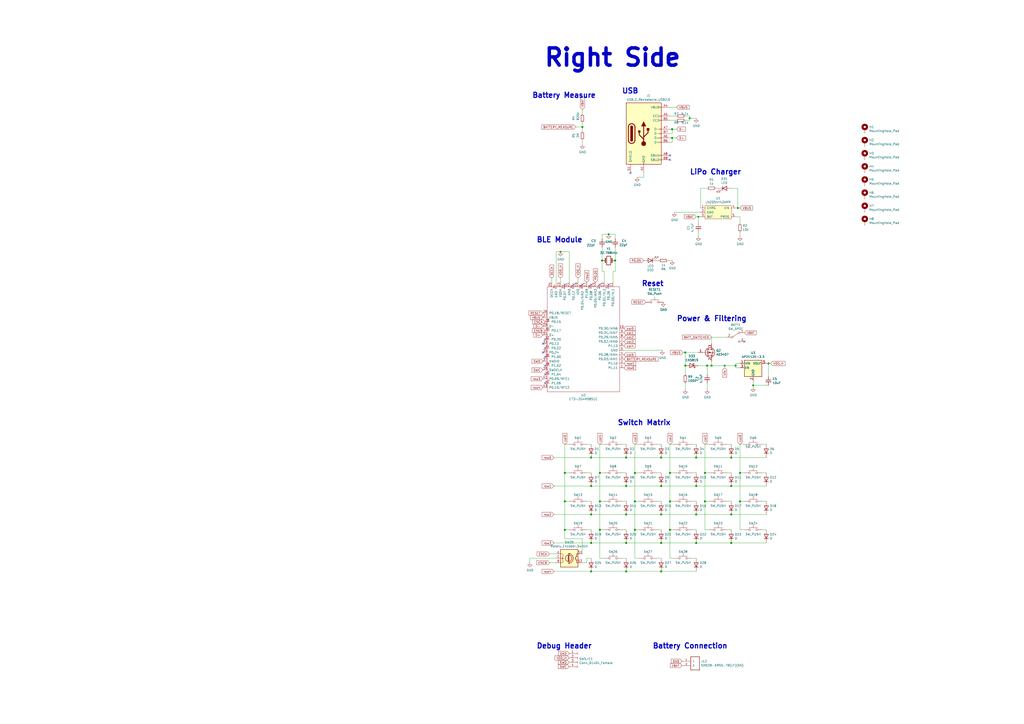
<source format=kicad_sch>
(kicad_sch (version 20201015) (generator eeschema)
  (paper "A2")
  (title_block (title "BlueSof") (date "2020-12-12") (rev "R1"))
  (junction (at 325.12 146.05) (diameter 0.9144))
  (junction (at 327.66 274.32) (diameter 1.016))
  (junction (at 327.66 290.83) (diameter 1.016))
  (junction (at 327.66 307.34) (diameter 1.016))
  (junction (at 337.82 73.66) (diameter 1.016))
  (junction (at 342.9 265.43) (diameter 1.016))
  (junction (at 342.9 281.94) (diameter 1.016))
  (junction (at 342.9 298.45) (diameter 1.016))
  (junction (at 342.9 314.96) (diameter 1.016))
  (junction (at 342.9 331.47) (diameter 1.016))
  (junction (at 347.98 274.32) (diameter 1.016))
  (junction (at 347.98 290.83) (diameter 1.016))
  (junction (at 347.98 307.34) (diameter 1.016))
  (junction (at 349.25 151.13) (diameter 1.016))
  (junction (at 353.06 135.89) (diameter 0.9144))
  (junction (at 356.87 151.13) (diameter 1.016))
  (junction (at 363.22 265.43) (diameter 1.016))
  (junction (at 363.22 281.94) (diameter 1.016))
  (junction (at 363.22 298.45) (diameter 1.016))
  (junction (at 363.22 314.96) (diameter 1.016))
  (junction (at 363.22 331.47) (diameter 1.016))
  (junction (at 368.3 274.32) (diameter 1.016))
  (junction (at 368.3 290.83) (diameter 1.016))
  (junction (at 368.3 307.34) (diameter 1.016))
  (junction (at 383.54 265.43) (diameter 1.016))
  (junction (at 383.54 281.94) (diameter 1.016))
  (junction (at 383.54 298.45) (diameter 1.016))
  (junction (at 383.54 314.96) (diameter 1.016))
  (junction (at 383.54 331.47) (diameter 1.016))
  (junction (at 388.62 274.32) (diameter 1.016))
  (junction (at 388.62 290.83) (diameter 1.016))
  (junction (at 388.62 307.34) (diameter 1.016))
  (junction (at 389.89 74.93) (diameter 1.016))
  (junction (at 389.89 80.01) (diameter 1.016))
  (junction (at 397.51 204.47) (diameter 1.016))
  (junction (at 397.51 212.09) (diameter 1.016))
  (junction (at 400.05 68.58) (diameter 0.9144))
  (junction (at 403.86 265.43) (diameter 1.016))
  (junction (at 403.86 281.94) (diameter 1.016))
  (junction (at 403.86 298.45) (diameter 1.016))
  (junction (at 403.86 314.96) (diameter 1.016))
  (junction (at 405.13 125.73) (diameter 0.9144))
  (junction (at 408.94 274.32) (diameter 1.016))
  (junction (at 408.94 290.83) (diameter 1.016))
  (junction (at 410.21 212.09) (diameter 1.016))
  (junction (at 412.75 212.09) (diameter 1.016))
  (junction (at 420.37 212.09) (diameter 0.9144))
  (junction (at 424.18 265.43) (diameter 1.016))
  (junction (at 424.18 281.94) (diameter 1.016))
  (junction (at 424.18 298.45) (diameter 1.016))
  (junction (at 424.18 314.96) (diameter 1.016))
  (junction (at 426.72 212.09) (diameter 1.016))
  (junction (at 427.99 120.65) (diameter 0.9144))
  (junction (at 429.26 274.32) (diameter 1.016))
  (junction (at 429.26 290.83) (diameter 1.016))
  (junction (at 436.88 223.52) (diameter 0.9144))
  (junction (at 445.77 210.82) (diameter 1.016))
  (no_connect (at 314.96 199.39))
  (no_connect (at 314.96 204.47))
  (no_connect (at 316.23 196.85))
  (no_connect (at 316.23 201.93))
  (no_connect (at 316.23 207.01))
  (no_connect (at 316.23 212.09))
  (no_connect (at 316.23 217.17))
  (no_connect (at 316.23 222.25))
  (no_connect (at 327.66 165.1))
  (no_connect (at 332.74 165.1))
  (no_connect (at 337.82 165.1))
  (no_connect (at 342.9 165.1))
  (no_connect (at 347.98 165.1))
  (no_connect (at 353.06 165.1))
  (no_connect (at 365.76 100.33))
  (no_connect (at 388.62 90.17))
  (no_connect (at 388.62 92.71))
  (no_connect (at 431.8 198.12))
  (wire (pts (xy 307.34 323.85) (xy 307.34 326.39)))
  (wire (pts (xy 318.77 321.31) (xy 322.58 321.31)))
  (wire (pts (xy 318.77 326.39) (xy 322.58 326.39)))
  (wire (pts (xy 320.04 163.83) (xy 320.04 161.29)))
  (wire (pts (xy 321.31 331.47) (xy 342.9 331.47)))
  (wire (pts (xy 322.58 146.05) (xy 325.12 146.05)))
  (wire (pts (xy 322.58 165.1) (xy 322.58 146.05)))
  (wire (pts (xy 322.58 323.85) (xy 307.34 323.85)))
  (wire (pts (xy 325.12 146.05) (xy 330.2 146.05)))
  (wire (pts (xy 325.12 163.83) (xy 325.12 161.29)))
  (wire (pts (xy 327.66 257.81) (xy 327.66 274.32)))
  (wire (pts (xy 327.66 257.81) (xy 330.2 257.81)))
  (wire (pts (xy 327.66 274.32) (xy 327.66 290.83)))
  (wire (pts (xy 327.66 274.32) (xy 330.2 274.32)))
  (wire (pts (xy 327.66 290.83) (xy 327.66 307.34)))
  (wire (pts (xy 327.66 290.83) (xy 330.2 290.83)))
  (wire (pts (xy 327.66 307.34) (xy 327.66 312.42)))
  (wire (pts (xy 327.66 307.34) (xy 330.2 307.34)))
  (wire (pts (xy 327.66 312.42) (xy 337.82 312.42)))
  (wire (pts (xy 330.2 163.83) (xy 330.2 146.05)))
  (wire (pts (xy 334.01 73.66) (xy 337.82 73.66)))
  (wire (pts (xy 335.28 163.83) (xy 335.28 161.29)))
  (wire (pts (xy 337.82 63.5) (xy 337.82 66.04)))
  (wire (pts (xy 337.82 71.12) (xy 337.82 73.66)))
  (wire (pts (xy 337.82 73.66) (xy 337.82 76.2)))
  (wire (pts (xy 337.82 81.28) (xy 337.82 83.82)))
  (wire (pts (xy 337.82 312.42) (xy 337.82 321.31)))
  (wire (pts (xy 337.82 326.39) (xy 340.36 326.39)))
  (wire (pts (xy 340.36 257.81) (xy 342.9 257.81)))
  (wire (pts (xy 340.36 274.32) (xy 342.9 274.32)))
  (wire (pts (xy 340.36 290.83) (xy 342.9 290.83)))
  (wire (pts (xy 340.36 307.34) (xy 342.9 307.34)))
  (wire (pts (xy 340.36 323.85) (xy 342.9 323.85)))
  (wire (pts (xy 340.36 326.39) (xy 340.36 323.85)))
  (wire (pts (xy 342.9 265.43) (xy 321.31 265.43)))
  (wire (pts (xy 342.9 281.94) (xy 321.31 281.94)))
  (wire (pts (xy 342.9 298.45) (xy 321.31 298.45)))
  (wire (pts (xy 342.9 314.96) (xy 321.31 314.96)))
  (wire (pts (xy 342.9 331.47) (xy 363.22 331.47)))
  (wire (pts (xy 347.98 257.81) (xy 347.98 274.32)))
  (wire (pts (xy 347.98 257.81) (xy 350.52 257.81)))
  (wire (pts (xy 347.98 274.32) (xy 347.98 290.83)))
  (wire (pts (xy 347.98 274.32) (xy 350.52 274.32)))
  (wire (pts (xy 347.98 290.83) (xy 347.98 307.34)))
  (wire (pts (xy 347.98 290.83) (xy 350.52 290.83)))
  (wire (pts (xy 347.98 307.34) (xy 347.98 323.85)))
  (wire (pts (xy 347.98 307.34) (xy 350.52 307.34)))
  (wire (pts (xy 347.98 323.85) (xy 350.52 323.85)))
  (wire (pts (xy 349.25 135.89) (xy 353.06 135.89)))
  (wire (pts (xy 349.25 138.43) (xy 349.25 135.89)))
  (wire (pts (xy 349.25 151.13) (xy 349.25 143.51)))
  (wire (pts (xy 349.25 157.48) (xy 349.25 151.13)))
  (wire (pts (xy 350.52 157.48) (xy 349.25 157.48)))
  (wire (pts (xy 350.52 163.83) (xy 350.52 157.48)))
  (wire (pts (xy 353.06 135.89) (xy 356.87 135.89)))
  (wire (pts (xy 355.6 157.48) (xy 356.87 157.48)))
  (wire (pts (xy 355.6 163.83) (xy 355.6 157.48)))
  (wire (pts (xy 356.87 135.89) (xy 356.87 138.43)))
  (wire (pts (xy 356.87 143.51) (xy 356.87 151.13)))
  (wire (pts (xy 356.87 157.48) (xy 356.87 151.13)))
  (wire (pts (xy 360.68 257.81) (xy 363.22 257.81)))
  (wire (pts (xy 360.68 274.32) (xy 363.22 274.32)))
  (wire (pts (xy 360.68 290.83) (xy 363.22 290.83)))
  (wire (pts (xy 360.68 307.34) (xy 363.22 307.34)))
  (wire (pts (xy 360.68 323.85) (xy 363.22 323.85)))
  (wire (pts (xy 361.95 203.2) (xy 384.175 203.2)))
  (wire (pts (xy 363.22 265.43) (xy 342.9 265.43)))
  (wire (pts (xy 363.22 265.43) (xy 383.54 265.43)))
  (wire (pts (xy 363.22 281.94) (xy 342.9 281.94)))
  (wire (pts (xy 363.22 281.94) (xy 383.54 281.94)))
  (wire (pts (xy 363.22 298.45) (xy 342.9 298.45)))
  (wire (pts (xy 363.22 298.45) (xy 383.54 298.45)))
  (wire (pts (xy 363.22 314.96) (xy 342.9 314.96)))
  (wire (pts (xy 363.22 314.96) (xy 383.54 314.96)))
  (wire (pts (xy 363.22 331.47) (xy 383.54 331.47)))
  (wire (pts (xy 368.3 257.81) (xy 368.3 274.32)))
  (wire (pts (xy 368.3 257.81) (xy 370.84 257.81)))
  (wire (pts (xy 368.3 274.32) (xy 368.3 290.83)))
  (wire (pts (xy 368.3 274.32) (xy 370.84 274.32)))
  (wire (pts (xy 368.3 290.83) (xy 368.3 307.34)))
  (wire (pts (xy 368.3 290.83) (xy 370.84 290.83)))
  (wire (pts (xy 368.3 307.34) (xy 368.3 323.85)))
  (wire (pts (xy 368.3 307.34) (xy 370.84 307.34)))
  (wire (pts (xy 368.3 323.85) (xy 370.84 323.85)))
  (wire (pts (xy 369.57 102.87) (xy 373.38 102.87)))
  (wire (pts (xy 373.38 102.87) (xy 373.38 100.33)))
  (wire (pts (xy 381 151.13) (xy 382.27 151.13)))
  (wire (pts (xy 381 257.81) (xy 383.54 257.81)))
  (wire (pts (xy 381 274.32) (xy 383.54 274.32)))
  (wire (pts (xy 381 290.83) (xy 383.54 290.83)))
  (wire (pts (xy 381 307.34) (xy 383.54 307.34)))
  (wire (pts (xy 381 323.85) (xy 383.54 323.85)))
  (wire (pts (xy 383.54 265.43) (xy 403.86 265.43)))
  (wire (pts (xy 383.54 281.94) (xy 403.86 281.94)))
  (wire (pts (xy 383.54 298.45) (xy 403.86 298.45)))
  (wire (pts (xy 383.54 314.96) (xy 403.86 314.96)))
  (wire (pts (xy 383.54 331.47) (xy 403.86 331.47)))
  (wire (pts (xy 387.35 151.13) (xy 389.89 151.13)))
  (wire (pts (xy 388.62 74.93) (xy 389.89 74.93)))
  (wire (pts (xy 388.62 77.47) (xy 389.89 77.47)))
  (wire (pts (xy 388.62 80.01) (xy 389.89 80.01)))
  (wire (pts (xy 388.62 82.55) (xy 389.89 82.55)))
  (wire (pts (xy 388.62 257.81) (xy 388.62 274.32)))
  (wire (pts (xy 388.62 257.81) (xy 391.16 257.81)))
  (wire (pts (xy 388.62 274.32) (xy 388.62 290.83)))
  (wire (pts (xy 388.62 274.32) (xy 391.16 274.32)))
  (wire (pts (xy 388.62 290.83) (xy 388.62 307.34)))
  (wire (pts (xy 388.62 290.83) (xy 391.16 290.83)))
  (wire (pts (xy 388.62 307.34) (xy 388.62 323.85)))
  (wire (pts (xy 388.62 307.34) (xy 391.16 307.34)))
  (wire (pts (xy 388.62 323.85) (xy 391.16 323.85)))
  (wire (pts (xy 389.89 74.93) (xy 392.43 74.93)))
  (wire (pts (xy 389.89 77.47) (xy 389.89 74.93)))
  (wire (pts (xy 389.89 80.01) (xy 392.43 80.01)))
  (wire (pts (xy 389.89 82.55) (xy 389.89 80.01)))
  (wire (pts (xy 391.16 123.19) (xy 406.4 123.19)))
  (wire (pts (xy 392.43 62.23) (xy 388.62 62.23)))
  (wire (pts (xy 392.43 67.31) (xy 388.62 67.31)))
  (wire (pts (xy 392.43 69.85) (xy 388.62 69.85)))
  (wire (pts (xy 396.24 204.47) (xy 397.51 204.47)))
  (wire (pts (xy 397.51 67.31) (xy 400.05 67.31)))
  (wire (pts (xy 397.51 69.85) (xy 400.05 69.85)))
  (wire (pts (xy 397.51 204.47) (xy 397.51 212.09)))
  (wire (pts (xy 397.51 204.47) (xy 405.13 204.47)))
  (wire (pts (xy 397.51 217.17) (xy 397.51 212.09)))
  (wire (pts (xy 397.51 222.25) (xy 397.51 226.06)))
  (wire (pts (xy 400.05 67.31) (xy 400.05 68.58)))
  (wire (pts (xy 400.05 68.58) (xy 403.86 68.58)))
  (wire (pts (xy 400.05 69.85) (xy 400.05 68.58)))
  (wire (pts (xy 401.32 257.81) (xy 403.86 257.81)))
  (wire (pts (xy 401.32 274.32) (xy 403.86 274.32)))
  (wire (pts (xy 401.32 290.83) (xy 403.86 290.83)))
  (wire (pts (xy 401.32 307.34) (xy 403.86 307.34)))
  (wire (pts (xy 401.32 323.85) (xy 403.86 323.85)))
  (wire (pts (xy 403.86 281.94) (xy 424.18 281.94)))
  (wire (pts (xy 403.86 298.45) (xy 424.18 298.45)))
  (wire (pts (xy 403.86 314.96) (xy 424.18 314.96)))
  (wire (pts (xy 405.13 125.73) (xy 403.86 125.73)))
  (wire (pts (xy 405.13 125.73) (xy 405.13 129.54)))
  (wire (pts (xy 405.13 125.73) (xy 406.4 125.73)))
  (wire (pts (xy 405.13 134.62) (xy 405.13 137.16)))
  (wire (pts (xy 405.13 212.09) (xy 410.21 212.09)))
  (wire (pts (xy 406.4 109.22) (xy 406.4 120.65)))
  (wire (pts (xy 408.94 257.81) (xy 408.94 274.32)))
  (wire (pts (xy 408.94 257.81) (xy 411.48 257.81)))
  (wire (pts (xy 408.94 274.32) (xy 408.94 290.83)))
  (wire (pts (xy 408.94 274.32) (xy 411.48 274.32)))
  (wire (pts (xy 408.94 290.83) (xy 408.94 307.34)))
  (wire (pts (xy 408.94 290.83) (xy 411.48 290.83)))
  (wire (pts (xy 408.94 307.34) (xy 411.48 307.34)))
  (wire (pts (xy 410.21 109.22) (xy 406.4 109.22)))
  (wire (pts (xy 410.21 212.09) (xy 412.75 212.09)))
  (wire (pts (xy 410.21 217.17) (xy 410.21 212.09)))
  (wire (pts (xy 410.21 222.25) (xy 410.21 226.06)))
  (wire (pts (xy 412.75 195.58) (xy 412.75 199.39)))
  (wire (pts (xy 412.75 209.55) (xy 412.75 212.09)))
  (wire (pts (xy 412.75 212.09) (xy 420.37 212.09)))
  (wire (pts (xy 416.56 109.22) (xy 415.29 109.22)))
  (wire (pts (xy 420.37 212.09) (xy 420.37 213.36)))
  (wire (pts (xy 420.37 212.09) (xy 426.72 212.09)))
  (wire (pts (xy 421.64 195.58) (xy 412.75 195.58)))
  (wire (pts (xy 421.64 257.81) (xy 424.18 257.81)))
  (wire (pts (xy 421.64 274.32) (xy 424.18 274.32)))
  (wire (pts (xy 421.64 290.83) (xy 424.18 290.83)))
  (wire (pts (xy 421.64 307.34) (xy 424.18 307.34)))
  (wire (pts (xy 424.18 109.22) (xy 427.99 109.22)))
  (wire (pts (xy 424.18 265.43) (xy 403.86 265.43)))
  (wire (pts (xy 424.18 265.43) (xy 444.5 265.43)))
  (wire (pts (xy 424.18 281.94) (xy 444.5 281.94)))
  (wire (pts (xy 424.18 298.45) (xy 444.5 298.45)))
  (wire (pts (xy 424.18 314.96) (xy 444.5 314.96)))
  (wire (pts (xy 426.72 120.65) (xy 427.99 120.65)))
  (wire (pts (xy 426.72 125.73) (xy 429.26 125.73)))
  (wire (pts (xy 426.72 210.82) (xy 429.26 210.82)))
  (wire (pts (xy 426.72 212.09) (xy 426.72 210.82)))
  (wire (pts (xy 426.72 213.36) (xy 426.72 212.09)))
  (wire (pts (xy 426.72 213.36) (xy 429.26 213.36)))
  (wire (pts (xy 427.99 109.22) (xy 427.99 120.65)))
  (wire (pts (xy 427.99 120.65) (xy 429.26 120.65)))
  (wire (pts (xy 429.26 125.73) (xy 429.26 129.54)))
  (wire (pts (xy 429.26 134.62) (xy 429.26 137.16)))
  (wire (pts (xy 429.26 257.81) (xy 429.26 274.32)))
  (wire (pts (xy 429.26 257.81) (xy 431.8 257.81)))
  (wire (pts (xy 429.26 274.32) (xy 429.26 290.83)))
  (wire (pts (xy 429.26 274.32) (xy 431.8 274.32)))
  (wire (pts (xy 429.26 290.83) (xy 429.26 307.34)))
  (wire (pts (xy 429.26 290.83) (xy 431.8 290.83)))
  (wire (pts (xy 429.26 307.34) (xy 431.8 307.34)))
  (wire (pts (xy 436.88 220.98) (xy 436.88 223.52)))
  (wire (pts (xy 436.88 223.52) (xy 436.88 224.79)))
  (wire (pts (xy 441.96 257.81) (xy 444.5 257.81)))
  (wire (pts (xy 441.96 274.32) (xy 444.5 274.32)))
  (wire (pts (xy 441.96 290.83) (xy 444.5 290.83)))
  (wire (pts (xy 441.96 307.34) (xy 444.5 307.34)))
  (wire (pts (xy 444.5 210.82) (xy 445.77 210.82)))
  (wire (pts (xy 445.77 210.82) (xy 447.04 210.82)))
  (wire (pts (xy 445.77 218.44) (xy 445.77 210.82)))
  (wire (pts (xy 445.77 223.52) (xy 436.88 223.52)))
  (text "Battery Measure" (at 308.61 57.15 0) (effects (font (size 2.9972 2.9972) (thickness 0.5994) bold) (justify left bottom)))
  (text "BLE Module" (at 311.15 140.97 0) (effects (font (size 2.9972 2.9972) (thickness 0.5994) bold) (justify left bottom)))
  (text "Debug Header" (at 311.15 376.555 0) (effects (font (size 2.9972 2.9972) (thickness 0.5994) bold) (justify left bottom)))
  (text "Right Side" (at 314.96 39.37 0) (effects (font (size 10.008 10.008) (thickness 2.0016) bold) (justify left bottom)))
  (text "Switch Matrix" (at 358.14 247.015 0) (effects (font (size 2.9972 2.9972) (thickness 0.5994) bold) (justify left bottom)))
  (text "USB" (at 360.68 54.61 0) (effects (font (size 2.9972 2.9972) (thickness 0.5994) bold) (justify left bottom)))
  (text "Reset" (at 372.11 166.37 0) (effects (font (size 2.9972 2.9972) (thickness 0.5994) bold) (justify left bottom)))
  (text "Battery Connection" (at 378.46 376.555 0) (effects (font (size 2.9972 2.9972) (thickness 0.5994) bold) (justify left bottom)))
  (text "Power & Filtering" (at 392.43 186.69 0) (effects (font (size 2.9972 2.9972) (thickness 0.5994) bold) (justify left bottom)))
  (text "LiPo Charger" (at 400.05 101.6 0) (effects (font (size 2.9972 2.9972) (thickness 0.5994) bold) (justify left bottom)))
  (global_label "RESET" (shape input) (at 314.96 181.61 180) (property "Intersheet References" "${INTERSHEET_REFS}" (effects hide)))
  (global_label "VBUS" (shape input) (at 314.96 184.15 180) (property "Intersheet References" "${INTERSHEET_REFS}" (effects hide)))
  (global_label "D-" (shape input) (at 314.96 189.23 180) (property "Intersheet References" "${INTERSHEET_REFS}" (effects hide)))
  (global_label "D+" (shape input) (at 314.96 194.31 180) (property "Intersheet References" "${INTERSHEET_REFS}" (effects hide)))
  (global_label "SWD" (shape input) (at 314.96 209.55 180) (property "Intersheet References" "${INTERSHEET_REFS}" (effects hide)))
  (global_label "SWC" (shape input) (at 314.96 214.63 180) (property "Intersheet References" "${INTERSHEET_REFS}" (effects hide)))
  (global_label "row3" (shape input) (at 314.96 219.71 180) (property "Intersheet References" "${INTERSHEET_REFS}" (effects hide)))
  (global_label "row4" (shape input) (at 314.96 224.79 180) (property "Intersheet References" "${INTERSHEET_REFS}" (effects hide)))
  (global_label "ENCA" (shape input) (at 316.23 186.69 180) (property "Intersheet References" "${INTERSHEET_REFS}" (effects hide)))
  (global_label "ENCB" (shape input) (at 316.23 191.77 180) (property "Intersheet References" "${INTERSHEET_REFS}" (effects hide)))
  (global_label "ENCA" (shape input) (at 318.77 321.31 180) (property "Intersheet References" "${INTERSHEET_REFS}" (effects hide)))
  (global_label "ENCB" (shape input) (at 318.77 326.39 180) (property "Intersheet References" "${INTERSHEET_REFS}" (effects hide)))
  (global_label "DCCH" (shape input) (at 320.04 161.29 90) (property "Intersheet References" "${INTERSHEET_REFS}" (effects hide)))
  (global_label "row0" (shape input) (at 321.31 265.43 180) (property "Intersheet References" "${INTERSHEET_REFS}" (effects hide)))
  (global_label "row1" (shape input) (at 321.31 281.94 180) (property "Intersheet References" "${INTERSHEET_REFS}" (effects hide)))
  (global_label "row2" (shape input) (at 321.31 298.45 180) (property "Intersheet References" "${INTERSHEET_REFS}" (effects hide)))
  (global_label "row3" (shape input) (at 321.31 314.96 180) (property "Intersheet References" "${INTERSHEET_REFS}" (effects hide)))
  (global_label "row4" (shape input) (at 321.31 331.47 180) (property "Intersheet References" "${INTERSHEET_REFS}" (effects hide)))
  (global_label "VDD_H" (shape input) (at 325.12 161.29 90) (property "Intersheet References" "${INTERSHEET_REFS}" (effects hide)))
  (global_label "col5" (shape input) (at 327.66 257.81 90) (property "Intersheet References" "${INTERSHEET_REFS}" (effects hide)))
  (global_label "GND" (shape input) (at 330.2 379.095 180) (property "Intersheet References" "${INTERSHEET_REFS}" (effects hide)))
  (global_label "VDD_H" (shape input) (at 330.2 381.635 180) (property "Intersheet References" "${INTERSHEET_REFS}" (effects hide)))
  (global_label "SWD" (shape input) (at 330.2 384.175 180) (property "Intersheet References" "${INTERSHEET_REFS}" (effects hide)))
  (global_label "SWC" (shape input) (at 330.2 386.715 180) (property "Intersheet References" "${INTERSHEET_REFS}" (effects hide)))
  (global_label "BATTERY_MEASURE" (shape input) (at 334.01 73.66 180) (property "Intersheet References" "${INTERSHEET_REFS}" (effects hide)))
  (global_label "VDD_H" (shape input) (at 335.28 161.29 90) (property "Intersheet References" "${INTERSHEET_REFS}" (effects hide)))
  (global_label "VBAT" (shape input) (at 337.82 63.5 90) (property "Intersheet References" "${INTERSHEET_REFS}" (effects hide)))
  (global_label "row2" (shape input) (at 340.36 163.83 90) (property "Intersheet References" "${INTERSHEET_REFS}" (effects hide)))
  (global_label "P0.05" (shape input) (at 345.44 163.83 90) (property "Intersheet References" "${INTERSHEET_REFS}" (effects hide)))
  (global_label "col4" (shape input) (at 347.98 257.81 90) (property "Intersheet References" "${INTERSHEET_REFS}" (effects hide)))
  (global_label "col0" (shape input) (at 361.95 190.5 0) (property "Intersheet References" "${INTERSHEET_REFS}" (effects hide)))
  (global_label "col1" (shape input) (at 361.95 193.04 0) (property "Intersheet References" "${INTERSHEET_REFS}" (effects hide)))
  (global_label "col2" (shape input) (at 361.95 195.58 0) (property "Intersheet References" "${INTERSHEET_REFS}" (effects hide)))
  (global_label "col3" (shape input) (at 361.95 198.12 0) (property "Intersheet References" "${INTERSHEET_REFS}" (effects hide)))
  (global_label "col4" (shape input) (at 361.95 200.66 0) (property "Intersheet References" "${INTERSHEET_REFS}" (effects hide)))
  (global_label "col5" (shape input) (at 361.95 205.74 0) (property "Intersheet References" "${INTERSHEET_REFS}" (effects hide)))
  (global_label "BATTERY_MEASURE" (shape input) (at 361.95 208.28 0) (property "Intersheet References" "${INTERSHEET_REFS}" (effects hide)))
  (global_label "row1" (shape input) (at 361.95 210.82 0) (property "Intersheet References" "${INTERSHEET_REFS}" (effects hide)))
  (global_label "row0" (shape input) (at 361.95 213.36 0) (property "Intersheet References" "${INTERSHEET_REFS}" (effects hide)))
  (global_label "col3" (shape input) (at 368.3 257.81 90) (property "Intersheet References" "${INTERSHEET_REFS}" (effects hide)))
  (global_label "P0.05" (shape input) (at 373.38 151.13 180) (property "Intersheet References" "${INTERSHEET_REFS}" (effects hide)))
  (global_label "RESET" (shape input) (at 374.65 175.26 180) (property "Intersheet References" "${INTERSHEET_REFS}" (effects hide)))
  (global_label "col2" (shape input) (at 388.62 257.81 90) (property "Intersheet References" "${INTERSHEET_REFS}" (effects hide)))
  (global_label "VBUS" (shape input) (at 392.43 62.23 0) (property "Intersheet References" "${INTERSHEET_REFS}" (effects hide)))
  (global_label "D-" (shape input) (at 392.43 74.93 0) (property "Intersheet References" "${INTERSHEET_REFS}" (effects hide)))
  (global_label "D+" (shape input) (at 392.43 80.01 0) (property "Intersheet References" "${INTERSHEET_REFS}" (effects hide)))
  (global_label "GND" (shape input) (at 395.605 383.54 180) (property "Intersheet References" "${INTERSHEET_REFS}" (effects hide)))
  (global_label "VBAT" (shape input) (at 395.605 386.08 180) (property "Intersheet References" "${INTERSHEET_REFS}" (effects hide)))
  (global_label "VBUS" (shape input) (at 396.24 204.47 180) (property "Intersheet References" "${INTERSHEET_REFS}" (effects hide)))
  (global_label "VBAT" (shape input) (at 403.86 125.73 180) (property "Intersheet References" "${INTERSHEET_REFS}" (effects hide)))
  (global_label "col1" (shape input) (at 408.94 257.81 90) (property "Intersheet References" "${INTERSHEET_REFS}" (effects hide)))
  (global_label "BATT_SWITCHED" (shape input) (at 412.75 195.58 180) (property "Intersheet References" "${INTERSHEET_REFS}" (effects hide)))
  (global_label "VIN" (shape input) (at 420.37 213.36 270) (property "Intersheet References" "${INTERSHEET_REFS}" (effects hide)))
  (global_label "VBUS" (shape input) (at 429.26 120.65 0) (property "Intersheet References" "${INTERSHEET_REFS}" (effects hide)))
  (global_label "col0" (shape input) (at 429.26 257.81 90) (property "Intersheet References" "${INTERSHEET_REFS}" (effects hide)))
  (global_label "VBAT" (shape input) (at 431.8 193.04 0) (property "Intersheet References" "${INTERSHEET_REFS}" (effects hide)))
  (global_label "VDD_H" (shape input) (at 447.04 210.82 0) (property "Intersheet References" "${INTERSHEET_REFS}" (effects hide)))
  (symbol (lib_id "power:GND") (at 307.34 326.39 0) (unit 1)
    (property "Reference" "#PWR0103" (effects hide))
    (property "Value" "GND" (at 307.467 330.7842 0))
  )
  (symbol (lib_id "power:GND") (at 325.12 146.05 0) (unit 1)
    (property "Reference" "#PWR0102" (effects hide))
    (property "Value" "GND" (at 325.247 150.4442 0))
  )
  (symbol (lib_id "power:GND") (at 337.82 83.82 0) (unit 1)
    (property "Reference" "#PWR0108" (effects hide))
    (property "Value" "GND" (at 337.947 88.2142 0))
  )
  (symbol (lib_id "power:GND") (at 353.06 135.89 0) (unit 1)
    (property "Reference" "#PWR0116" (effects hide))
    (property "Value" "GND" (at 353.187 140.2842 0))
  )
  (symbol (lib_id "power:GND") (at 369.57 102.87 0) (unit 1)
    (property "Reference" "#PWR0101" (effects hide))
    (property "Value" "GND" (at 369.697 107.2642 0))
  )
  (symbol (lib_id "power:GND") (at 384.175 203.2 0) (unit 1)
    (property "Reference" "#PWR0115" (effects hide))
    (property "Value" "GND" (at 384.302 207.5942 0))
  )
  (symbol (lib_id "power:GND") (at 384.81 175.26 0) (unit 1)
    (property "Reference" "#PWR0114" (effects hide))
    (property "Value" "GND" (at 384.937 179.6542 0))
  )
  (symbol (lib_id "power:GND") (at 389.89 151.13 0) (unit 1)
    (property "Reference" "#PWR0113" (effects hide))
    (property "Value" "GND" (at 390.017 155.5242 0))
  )
  (symbol (lib_id "power:GND") (at 391.16 123.19 0) (unit 1)
    (property "Reference" "#PWR0104" (effects hide))
    (property "Value" "GND" (at 391.287 127.5842 0))
  )
  (symbol (lib_id "power:GND") (at 397.51 226.06 0) (unit 1)
    (property "Reference" "#PWR0111" (effects hide))
    (property "Value" "GND" (at 397.637 230.4542 0))
  )
  (symbol (lib_id "power:GND") (at 403.86 68.58 0) (unit 1)
    (property "Reference" "#PWR0109" (effects hide))
    (property "Value" "GND" (at 403.987 72.9742 0))
  )
  (symbol (lib_id "power:GND") (at 405.13 137.16 0) (unit 1)
    (property "Reference" "#PWR0105" (effects hide))
    (property "Value" "GND" (at 405.257 141.5542 0))
  )
  (symbol (lib_id "power:GND") (at 410.21 226.06 0) (unit 1)
    (property "Reference" "#PWR0112" (effects hide))
    (property "Value" "GND" (at 410.337 230.4542 0))
  )
  (symbol (lib_id "power:GND") (at 429.26 137.16 0) (unit 1)
    (property "Reference" "#PWR0106" (effects hide))
    (property "Value" "GND" (at 429.387 141.5542 0))
  )
  (symbol (lib_id "power:GND") (at 436.88 224.79 0) (unit 1)
    (property "Reference" "#PWR0110" (effects hide))
    (property "Value" "GND" (at 437.007 229.1842 0))
  )
  (symbol (lib_id "Device:R_Small") (at 337.82 68.58 0) (unit 1)
    (property "Reference" "R4" (at 332.74 69.85 90) (effects (justify left)))
    (property "Value" "820k" (at 335.28 69.85 90) (effects (justify left)))
    (property "Footprint" "Resistor_SMD:R_0603_1608Metric" (effects hide))
    (property "LCSC_PN" "C23252" (effects hide))
    (property "PRICE" "100k" (effects hide))
  )
  (symbol (lib_id "Device:R_Small") (at 337.82 78.74 0) (unit 1)
    (property "Reference" "R5" (at 332.74 80.01 90) (effects (justify left)))
    (property "Value" "2M" (at 335.28 80.01 90) (effects (justify left)))
    (property "Footprint" "Resistor_SMD:R_0603_1608Metric" (effects hide))
    (property "LCSC_PN" "C177282" (effects hide))
    (property "PRICE" "100k" (effects hide))
  )
  (symbol (lib_id "Device:R_Small") (at 384.81 151.13 90) (unit 1)
    (property "Reference" "R6" (at 384.81 156.1084 90))
    (property "Value" "1k" (at 384.81 153.797 90))
    (property "Footprint" "Resistor_SMD:R_0603_1608Metric" (effects hide))
    (property "LCSC_PN" "C22548" (effects hide))
    (property "PRICE" "5.1k" (effects hide))
  )
  (symbol (lib_id "Device:R_Small") (at 394.97 67.31 90) (unit 1)
    (property "Reference" "R7" (at 393.7 66.04 90) (effects (justify left)))
    (property "Value" "5.1k" (at 399.415 66.04 90) (effects (justify left)))
    (property "Footprint" "Resistor_SMD:R_0603_1608Metric" (effects hide))
    (property "LCSC_PN" "C105580" (effects hide))
    (property "PRICE" "100k" (effects hide))
  )
  (symbol (lib_id "Device:R_Small") (at 394.97 69.85 90) (unit 1)
    (property "Reference" "R8" (at 393.7 71.12 90) (effects (justify left)))
    (property "Value" "5.1k" (at 399.415 71.12 90) (effects (justify left)))
    (property "Footprint" "Resistor_SMD:R_0603_1608Metric" (effects hide))
    (property "LCSC_PN" "C105580" (effects hide))
    (property "PRICE" "100k" (effects hide))
  )
  (symbol (lib_id "Device:R_Small") (at 397.51 219.71 0) (unit 1)
    (property "Reference" "R9" (at 399.0086 218.5416 0) (effects (justify left)))
    (property "Value" "100k" (at 399.0086 220.853 0) (effects (justify left)))
    (property "Footprint" "Resistor_SMD:R_0603_1608Metric" (effects hide))
    (property "LCSC_PN" "C14675" (effects hide))
    (property "PACKAGE" "0603" (effects hide))
  )
  (symbol (lib_id "Device:R_Small") (at 412.75 109.22 270) (unit 1)
    (property "Reference" "R1" (at 412.75 104.2416 90))
    (property "Value" "1k" (at 412.75 106.553 90))
    (property "Footprint" "Resistor_SMD:R_0603_1608Metric" (effects hide))
    (property "LCSC_PN" "C22548" (effects hide))
    (property "PRICE" "5.1k" (effects hide))
  )
  (symbol (lib_id "Device:R_Small") (at 429.26 132.08 0) (unit 1)
    (property "Reference" "R2" (at 430.7586 130.9116 0) (effects (justify left)))
    (property "Value" "10k" (at 430.7586 133.223 0) (effects (justify left)))
    (property "Footprint" "Resistor_SMD:R_0603_1608Metric" (effects hide))
    (property "LCSC_PN" "C98220" (effects hide))
    (property "PRICE" "100k" (effects hide))
  )
  (symbol (lib_id "Device:C_Small") (at 349.25 140.97 0) (unit 1)
    (property "Reference" "C3" (at 342.9 139.7 0) (effects (justify left)))
    (property "Value" "22pF" (at 340.36 142.24 0) (effects (justify left)))
    (property "Footprint" "Capacitor_SMD:C_0603_1608Metric" (effects hide))
    (property "LCSC_PN" "C1653" (effects hide))
    (property "PRICE" "100k" (effects hide))
  )
  (symbol (lib_id "Device:C_Small") (at 356.87 140.97 0) (unit 1)
    (property "Reference" "C4" (at 360.68 139.7 0) (effects (justify left)))
    (property "Value" "22pF" (at 359.2068 142.113 0) (effects (justify left)))
    (property "Footprint" "Capacitor_SMD:C_0603_1608Metric" (effects hide))
    (property "LCSC_PN" "C1653" (effects hide))
    (property "PRICE" "100k" (effects hide))
  )
  (symbol (lib_id "Device:C_Small") (at 405.13 132.08 0) (unit 1)
    (property "Reference" "C1" (at 399.3134 132.08 90))
    (property "Value" "4.7uF" (at 401.6248 132.08 90))
    (property "Footprint" "Capacitor_SMD:C_0603_1608Metric" (effects hide))
    (property "LCSC_PN" "C19666" (effects hide))
    (property "PRICE" "100k" (effects hide))
  )
  (symbol (lib_id "Device:C_Small") (at 410.21 219.71 0) (unit 1)
    (property "Reference" "C2" (at 404.3934 219.71 90))
    (property "Value" "4.7uF" (at 406.7048 219.71 90))
    (property "Footprint" "Capacitor_SMD:C_0603_1608Metric" (effects hide))
    (property "LCSC_PN" "C19666" (effects hide))
    (property "PRICE" "100k" (effects hide))
  )
  (symbol (lib_id "Device:C_Small") (at 445.77 220.98 0) (unit 1)
    (property "Reference" "C5" (at 448.1068 219.8116 0) (effects (justify left)))
    (property "Value" "10uF" (at 448.1068 222.123 0) (effects (justify left)))
    (property "Footprint" "Capacitor_SMD:C_0603_1608Metric" (effects hide))
    (property "LCSC_PN" "C326057" (effects hide))
    (property "PRICE" "100k" (effects hide))
  )
  (symbol (lib_id "Mechanical:MountingHole_Pad") (at 501.65 74.93 0) (unit 1)
    (property "Reference" "H1" (at 504.1901 73.6536 0) (effects (justify left)))
    (property "Value" "MountingHole_Pad" (at 504.1901 75.9523 0) (effects (justify left)))
    (property "Footprint" "MountingHole:MountingHole_4.3mm_M4" (effects hide))
  )
  (symbol (lib_id "Mechanical:MountingHole_Pad") (at 501.65 82.55 0) (unit 1)
    (property "Reference" "H2" (at 504.1901 81.2736 0) (effects (justify left)))
    (property "Value" "MountingHole_Pad" (at 504.1901 83.5723 0) (effects (justify left)))
    (property "Footprint" "MountingHole:MountingHole_4.3mm_M4" (effects hide))
  )
  (symbol (lib_id "Mechanical:MountingHole_Pad") (at 501.65 90.17 0) (unit 1)
    (property "Reference" "H3" (at 504.19 88.894 0) (effects (justify left)))
    (property "Value" "MountingHole_Pad" (at 504.1901 91.1923 0) (effects (justify left)))
    (property "Footprint" "MountingHole:MountingHole_4.3mm_M4" (effects hide))
  )
  (symbol (lib_id "Mechanical:MountingHole_Pad") (at 501.65 97.79 0) (unit 1)
    (property "Reference" "H4" (at 504.19 96.514 0) (effects (justify left)))
    (property "Value" "MountingHole_Pad" (at 504.1901 98.8123 0) (effects (justify left)))
    (property "Footprint" "MountingHole:MountingHole_4.3mm_M4" (effects hide))
  )
  (symbol (lib_id "Mechanical:MountingHole_Pad") (at 501.65 105.41 0) (unit 1)
    (property "Reference" "H5" (at 504.19 104.134 0) (effects (justify left)))
    (property "Value" "MountingHole_Pad" (at 504.1901 106.4323 0) (effects (justify left)))
    (property "Footprint" "MountingHole:MountingHole_4.3mm_M4" (effects hide))
  )
  (symbol (lib_id "Mechanical:MountingHole_Pad") (at 501.65 113.03 0) (unit 1)
    (property "Reference" "H6" (at 504.19 111.754 0) (effects (justify left)))
    (property "Value" "MountingHole_Pad" (at 504.1901 114.0523 0) (effects (justify left)))
    (property "Footprint" "MountingHole:MountingHole_4.3mm_M4" (effects hide))
  )
  (symbol (lib_id "Mechanical:MountingHole_Pad") (at 501.65 120.65 0) (unit 1)
    (property "Reference" "H7" (at 504.19 119.374 0) (effects (justify left)))
    (property "Value" "MountingHole_Pad" (at 504.1901 121.6723 0) (effects (justify left)))
    (property "Footprint" "MountingHole:MountingHole_4.3mm_M4" (effects hide))
  )
  (symbol (lib_id "Mechanical:MountingHole_Pad") (at 501.65 128.27 0) (unit 1)
    (property "Reference" "H8" (at 504.19 126.994 0) (effects (justify left)))
    (property "Value" "MountingHole_Pad" (at 504.1901 129.2923 0) (effects (justify left)))
    (property "Footprint" "MountingHole:MountingHole_4.3mm_M4" (effects hide))
  )
  (symbol (lib_id "Diode:1N4148") (at 342.9 261.62 90) (unit 1)
    (property "Reference" "D1" (at 344.9066 260.4516 90) (effects (justify right)))
    (property "Value" "D" (at 344.9066 262.763 90) (effects (justify right)))
    (property "Footprint" "Diode_SMD:D_SOD-123" (effects hide))
    (property "LCSC_PN" "C402213" (effects hide))
    (property "PRICE" "100k" (effects hide))
  )
  (symbol (lib_id "Diode:1N4148") (at 342.9 278.13 90) (unit 1)
    (property "Reference" "D7" (at 344.9066 276.9616 90) (effects (justify right)))
    (property "Value" "D" (at 344.9066 279.273 90) (effects (justify right)))
    (property "Footprint" "Diode_SMD:D_SOD-123" (effects hide))
    (property "LCSC_PN" "C402213" (effects hide))
    (property "PRICE" "100k" (effects hide))
  )
  (symbol (lib_id "Diode:1N4148") (at 342.9 294.64 90) (unit 1)
    (property "Reference" "D13" (at 344.9066 293.4716 90) (effects (justify right)))
    (property "Value" "D" (at 344.9066 295.783 90) (effects (justify right)))
    (property "Footprint" "Diode_SMD:D_SOD-123" (effects hide))
    (property "LCSC_PN" "C402213" (effects hide))
    (property "PRICE" "100k" (effects hide))
  )
  (symbol (lib_id "Diode:1N4148") (at 342.9 311.15 90) (unit 1)
    (property "Reference" "D19" (at 344.9066 309.9816 90) (effects (justify right)))
    (property "Value" "D" (at 344.9066 312.293 90) (effects (justify right)))
    (property "Footprint" "Diode_SMD:D_SOD-123" (effects hide))
    (property "LCSC_PN" "C402213" (effects hide))
    (property "PRICE" "100k" (effects hide))
  )
  (symbol (lib_id "Diode:1N4148") (at 342.9 327.66 90) (unit 1)
    (property "Reference" "D25" (at 344.9066 326.4916 90) (effects (justify right)))
    (property "Value" "D" (at 344.9066 328.803 90) (effects (justify right)))
    (property "Footprint" "Diode_SMD:D_SOD-123" (effects hide))
    (property "LCSC_PN" "C402213" (effects hide))
    (property "PRICE" "100k" (effects hide))
  )
  (symbol (lib_id "Diode:1N4148") (at 363.22 261.62 90) (unit 1)
    (property "Reference" "D2" (at 365.2266 260.4516 90) (effects (justify right)))
    (property "Value" "D" (at 365.2266 262.763 90) (effects (justify right)))
    (property "Footprint" "Diode_SMD:D_SOD-123" (effects hide))
    (property "LCSC_PN" "C402213" (effects hide))
    (property "PRICE" "100k" (effects hide))
  )
  (symbol (lib_id "Diode:1N4148") (at 363.22 278.13 90) (unit 1)
    (property "Reference" "D8" (at 365.2266 276.9616 90) (effects (justify right)))
    (property "Value" "D" (at 365.2266 279.273 90) (effects (justify right)))
    (property "Footprint" "Diode_SMD:D_SOD-123" (effects hide))
    (property "LCSC_PN" "C402213" (effects hide))
    (property "PRICE" "100k" (effects hide))
  )
  (symbol (lib_id "Diode:1N4148") (at 363.22 294.64 90) (unit 1)
    (property "Reference" "D14" (at 365.2266 293.4716 90) (effects (justify right)))
    (property "Value" "D" (at 365.2266 295.783 90) (effects (justify right)))
    (property "Footprint" "Diode_SMD:D_SOD-123" (effects hide))
    (property "LCSC_PN" "C402213" (effects hide))
    (property "PRICE" "100k" (effects hide))
  )
  (symbol (lib_id "Diode:1N4148") (at 363.22 311.15 90) (unit 1)
    (property "Reference" "D20" (at 365.2266 309.9816 90) (effects (justify right)))
    (property "Value" "D" (at 365.2266 312.293 90) (effects (justify right)))
    (property "Footprint" "Diode_SMD:D_SOD-123" (effects hide))
    (property "LCSC_PN" "C402213" (effects hide))
    (property "PRICE" "100k" (effects hide))
  )
  (symbol (lib_id "Diode:1N4148") (at 363.22 327.66 90) (unit 1)
    (property "Reference" "D26" (at 365.2266 326.4916 90) (effects (justify right)))
    (property "Value" "D" (at 365.2266 328.803 90) (effects (justify right)))
    (property "Footprint" "Diode_SMD:D_SOD-123" (effects hide))
    (property "LCSC_PN" "C402213" (effects hide))
    (property "PRICE" "100k" (effects hide))
  )
  (symbol (lib_id "Diode:1N4148") (at 383.54 261.62 90) (unit 1)
    (property "Reference" "D3" (at 385.5466 260.4516 90) (effects (justify right)))
    (property "Value" "D" (at 385.5466 262.763 90) (effects (justify right)))
    (property "Footprint" "Diode_SMD:D_SOD-123" (effects hide))
    (property "LCSC_PN" "C402213" (effects hide))
    (property "PRICE" "100k" (effects hide))
  )
  (symbol (lib_id "Diode:1N4148") (at 383.54 278.13 90) (unit 1)
    (property "Reference" "D9" (at 385.5466 276.9616 90) (effects (justify right)))
    (property "Value" "D" (at 385.5466 279.273 90) (effects (justify right)))
    (property "Footprint" "Diode_SMD:D_SOD-123" (effects hide))
    (property "LCSC_PN" "C402213" (effects hide))
    (property "PRICE" "100k" (effects hide))
  )
  (symbol (lib_id "Diode:1N4148") (at 383.54 294.64 90) (unit 1)
    (property "Reference" "D15" (at 385.5466 293.4716 90) (effects (justify right)))
    (property "Value" "D" (at 385.5466 295.783 90) (effects (justify right)))
    (property "Footprint" "Diode_SMD:D_SOD-123" (effects hide))
    (property "LCSC_PN" "C402213" (effects hide))
    (property "PRICE" "100k" (effects hide))
  )
  (symbol (lib_id "Diode:1N4148") (at 383.54 311.15 90) (unit 1)
    (property "Reference" "D21" (at 385.5466 309.9816 90) (effects (justify right)))
    (property "Value" "D" (at 385.5466 312.293 90) (effects (justify right)))
    (property "Footprint" "Diode_SMD:D_SOD-123" (effects hide))
    (property "LCSC_PN" "C402213" (effects hide))
    (property "PRICE" "100k" (effects hide))
  )
  (symbol (lib_id "Diode:1N4148") (at 383.54 327.66 90) (unit 1)
    (property "Reference" "D27" (at 385.5466 326.4916 90) (effects (justify right)))
    (property "Value" "D" (at 385.5466 328.803 90) (effects (justify right)))
    (property "Footprint" "Diode_SMD:D_SOD-123" (effects hide))
    (property "LCSC_PN" "C402213" (effects hide))
    (property "PRICE" "100k" (effects hide))
  )
  (symbol (lib_id "Diode:1N5819") (at 401.32 212.09 180) (unit 1)
    (property "Reference" "D33" (at 401.32 206.5782 0))
    (property "Value" "1N5819" (at 401.32 208.8896 0))
    (property "Footprint" "Diode_SMD:D_SOD-323_HandSoldering" (effects hide))
    (property "Datasheet" "http://www.vishay.com/docs/88525/1n5817.pdf" (effects hide))
    (property "LCSC_PN" "C489147" (effects hide))
    (property "PACKAGE" "SOD-123" (effects hide))
  )
  (symbol (lib_id "Diode:1N4148") (at 403.86 261.62 90) (unit 1)
    (property "Reference" "D4" (at 405.8666 260.4516 90) (effects (justify right)))
    (property "Value" "D" (at 405.8666 262.763 90) (effects (justify right)))
    (property "Footprint" "Diode_SMD:D_SOD-123" (effects hide))
    (property "LCSC_PN" "C402213" (effects hide))
    (property "PRICE" "100k" (effects hide))
  )
  (symbol (lib_id "Diode:1N4148") (at 403.86 278.13 90) (unit 1)
    (property "Reference" "D10" (at 405.8666 276.9616 90) (effects (justify right)))
    (property "Value" "D" (at 405.8666 279.273 90) (effects (justify right)))
    (property "Footprint" "Diode_SMD:D_SOD-123" (effects hide))
    (property "LCSC_PN" "C402213" (effects hide))
    (property "PRICE" "100k" (effects hide))
  )
  (symbol (lib_id "Diode:1N4148") (at 403.86 294.64 90) (unit 1)
    (property "Reference" "D16" (at 405.8666 293.4716 90) (effects (justify right)))
    (property "Value" "D" (at 405.8666 295.783 90) (effects (justify right)))
    (property "Footprint" "Diode_SMD:D_SOD-123" (effects hide))
    (property "LCSC_PN" "C402213" (effects hide))
    (property "PRICE" "100k" (effects hide))
  )
  (symbol (lib_id "Diode:1N4148") (at 403.86 311.15 90) (unit 1)
    (property "Reference" "D22" (at 405.8666 309.9816 90) (effects (justify right)))
    (property "Value" "D" (at 405.8666 312.293 90) (effects (justify right)))
    (property "Footprint" "Diode_SMD:D_SOD-123" (effects hide))
    (property "LCSC_PN" "C402213" (effects hide))
    (property "PRICE" "100k" (effects hide))
  )
  (symbol (lib_id "Diode:1N4148") (at 403.86 327.66 90) (unit 1)
    (property "Reference" "D28" (at 405.8666 326.4916 90) (effects (justify right)))
    (property "Value" "D" (at 405.8666 328.803 90) (effects (justify right)))
    (property "Footprint" "Diode_SMD:D_SOD-123" (effects hide))
    (property "LCSC_PN" "C402213" (effects hide))
    (property "PRICE" "100k" (effects hide))
  )
  (symbol (lib_id "Diode:1N4148") (at 424.18 261.62 90) (unit 1)
    (property "Reference" "D5" (at 426.1866 260.4516 90) (effects (justify right)))
    (property "Value" "D" (at 426.1866 262.763 90) (effects (justify right)))
    (property "Footprint" "Diode_SMD:D_SOD-123" (effects hide))
    (property "LCSC_PN" "C402213" (effects hide))
    (property "PRICE" "100k" (effects hide))
  )
  (symbol (lib_id "Diode:1N4148") (at 424.18 278.13 90) (unit 1)
    (property "Reference" "D11" (at 426.1866 276.9616 90) (effects (justify right)))
    (property "Value" "D" (at 426.1866 279.273 90) (effects (justify right)))
    (property "Footprint" "Diode_SMD:D_SOD-123" (effects hide))
    (property "LCSC_PN" "C402213" (effects hide))
    (property "PRICE" "100k" (effects hide))
  )
  (symbol (lib_id "Diode:1N4148") (at 424.18 294.64 90) (unit 1)
    (property "Reference" "D17" (at 426.1866 293.4716 90) (effects (justify right)))
    (property "Value" "D" (at 426.1866 295.783 90) (effects (justify right)))
    (property "Footprint" "Diode_SMD:D_SOD-123" (effects hide))
    (property "LCSC_PN" "C402213" (effects hide))
    (property "PRICE" "100k" (effects hide))
  )
  (symbol (lib_id "Diode:1N4148") (at 424.18 311.15 90) (unit 1)
    (property "Reference" "D23" (at 426.1866 309.9816 90) (effects (justify right)))
    (property "Value" "D" (at 426.1866 312.293 90) (effects (justify right)))
    (property "Footprint" "Diode_SMD:D_SOD-123" (effects hide))
    (property "LCSC_PN" "C402213" (effects hide))
    (property "PRICE" "100k" (effects hide))
  )
  (symbol (lib_id "Diode:1N4148") (at 444.5 261.62 90) (unit 1)
    (property "Reference" "D6" (at 446.5066 260.4516 90) (effects (justify right)))
    (property "Value" "D" (at 446.5066 262.763 90) (effects (justify right)))
    (property "Footprint" "Diode_SMD:D_SOD-123" (effects hide))
    (property "LCSC_PN" "C402213" (effects hide))
    (property "PRICE" "100k" (effects hide))
  )
  (symbol (lib_id "Diode:1N4148") (at 444.5 278.13 90) (unit 1)
    (property "Reference" "D12" (at 446.5066 276.9616 90) (effects (justify right)))
    (property "Value" "D" (at 446.5066 279.273 90) (effects (justify right)))
    (property "Footprint" "Diode_SMD:D_SOD-123" (effects hide))
    (property "LCSC_PN" "C402213" (effects hide))
    (property "PRICE" "100k" (effects hide))
  )
  (symbol (lib_id "Diode:1N4148") (at 444.5 294.64 90) (unit 1)
    (property "Reference" "D18" (at 446.5066 293.4716 90) (effects (justify right)))
    (property "Value" "D" (at 446.5066 295.783 90) (effects (justify right)))
    (property "Footprint" "Diode_SMD:D_SOD-123" (effects hide))
    (property "LCSC_PN" "C402213" (effects hide))
    (property "PRICE" "100k" (effects hide))
  )
  (symbol (lib_id "Diode:1N4148") (at 444.5 311.15 90) (unit 1)
    (property "Reference" "D24" (at 446.5066 309.9816 90) (effects (justify right)))
    (property "Value" "D" (at 446.5066 312.293 90) (effects (justify right)))
    (property "Footprint" "Diode_SMD:D_SOD-123" (effects hide))
    (property "LCSC_PN" "C402213" (effects hide))
    (property "PRICE" "100k" (effects hide))
  )
  (symbol (lib_id "Device:LED") (at 377.19 151.13 180) (unit 1)
    (property "Reference" "D32" (at 377.3678 156.6418 0))
    (property "Value" "LED" (at 377.3678 154.3304 0))
    (property "Footprint" "LED_SMD:LED_0603_1608Metric" (effects hide))
    (property "PACKAGE" "0603" (effects hide))
    (property "PRICE" "100k" (effects hide))
  )
  (symbol (lib_id "Device:LED") (at 420.37 109.22 0) (unit 1)
    (property "Reference" "D31" (at 420.1922 103.7082 0))
    (property "Value" "LED" (at 420.1922 106.0196 0))
    (property "Footprint" "LED_SMD:LED_0603_1608Metric" (effects hide))
    (property "PACKAGE" "0603" (effects hide))
    (property "PRICE" "100k" (effects hide))
  )
  (symbol (lib_id "Switch:SW_Push") (at 335.28 257.81 0) (unit 1)
    (property "Reference" "SW1" (at 335.28 254 0))
    (property "Value" "SW_PUSH" (at 335.28 260.35 0))
    (property "Footprint" "BlueSof:KailhLowProfile" (effects hide))
  )
  (symbol (lib_id "Switch:SW_Push") (at 335.28 274.32 0) (unit 1)
    (property "Reference" "SW7" (at 335.28 270.51 0))
    (property "Value" "SW_PUSH" (at 335.28 276.86 0))
    (property "Footprint" "BlueSof:KailhLowProfile" (effects hide))
  )
  (symbol (lib_id "Switch:SW_Push") (at 335.28 290.83 0) (unit 1)
    (property "Reference" "SW13" (at 335.28 287.02 0))
    (property "Value" "SW_PUSH" (at 335.28 293.37 0))
    (property "Footprint" "BlueSof:KailhLowProfile" (effects hide))
  )
  (symbol (lib_id "Switch:SW_Push") (at 335.28 307.34 0) (unit 1)
    (property "Reference" "SW19" (at 335.28 303.53 0))
    (property "Value" "SW_PUSH" (at 335.28 309.88 0))
    (property "Footprint" "BlueSof:KailhLowProfile" (effects hide))
  )
  (symbol (lib_id "Switch:SW_Push") (at 355.6 257.81 0) (unit 1)
    (property "Reference" "SW2" (at 355.6 254 0))
    (property "Value" "SW_PUSH" (at 355.6 260.35 0))
    (property "Footprint" "BlueSof:KailhLowProfile" (effects hide))
  )
  (symbol (lib_id "Switch:SW_Push") (at 355.6 274.32 0) (unit 1)
    (property "Reference" "SW8" (at 355.6 270.51 0))
    (property "Value" "SW_PUSH" (at 355.6 276.86 0))
    (property "Footprint" "BlueSof:KailhLowProfile" (effects hide))
  )
  (symbol (lib_id "Switch:SW_Push") (at 355.6 290.83 0) (unit 1)
    (property "Reference" "SW14" (at 355.6 287.02 0))
    (property "Value" "SW_PUSH" (at 355.6 293.37 0))
    (property "Footprint" "BlueSof:KailhLowProfile" (effects hide))
  )
  (symbol (lib_id "Switch:SW_Push") (at 355.6 307.34 0) (unit 1)
    (property "Reference" "SW20" (at 355.6 303.53 0))
    (property "Value" "SW_PUSH" (at 355.6 309.88 0))
    (property "Footprint" "BlueSof:KailhLowProfile" (effects hide))
  )
  (symbol (lib_id "Switch:SW_Push") (at 355.6 323.85 0) (unit 1)
    (property "Reference" "SW26" (at 355.6 320.04 0))
    (property "Value" "SW_PUSH" (at 355.6 326.39 0))
    (property "Footprint" "BlueSof:KailhLowProfile_1.5U" (effects hide))
  )
  (symbol (lib_id "Switch:SW_Push") (at 375.92 257.81 0) (unit 1)
    (property "Reference" "SW3" (at 375.92 254 0))
    (property "Value" "SW_PUSH" (at 375.92 260.35 0))
    (property "Footprint" "BlueSof:KailhLowProfile" (effects hide))
  )
  (symbol (lib_id "Switch:SW_Push") (at 375.92 274.32 0) (unit 1)
    (property "Reference" "SW9" (at 375.92 270.51 0))
    (property "Value" "SW_PUSH" (at 375.92 276.86 0))
    (property "Footprint" "BlueSof:KailhLowProfile" (effects hide))
  )
  (symbol (lib_id "Switch:SW_Push") (at 375.92 290.83 0) (unit 1)
    (property "Reference" "SW15" (at 375.92 287.02 0))
    (property "Value" "SW_PUSH" (at 375.92 293.37 0))
    (property "Footprint" "BlueSof:KailhLowProfile" (effects hide))
  )
  (symbol (lib_id "Switch:SW_Push") (at 375.92 307.34 0) (unit 1)
    (property "Reference" "SW21" (at 375.92 303.53 0))
    (property "Value" "SW_PUSH" (at 375.92 309.88 0))
    (property "Footprint" "BlueSof:KailhLowProfile" (effects hide))
  )
  (symbol (lib_id "Switch:SW_Push") (at 375.92 323.85 0) (unit 1)
    (property "Reference" "SW27" (at 375.92 320.04 0))
    (property "Value" "SW_PUSH" (at 375.92 326.39 0))
    (property "Footprint" "BlueSof:KailhLowProfile" (effects hide))
  )
  (symbol (lib_id "Switch:SW_Push") (at 379.73 175.26 0) (unit 1)
    (property "Reference" "RESET1" (at 379.73 168.021 0))
    (property "Value" "SW_Push" (at 379.73 170.3324 0))
    (property "Footprint" "Button_Switch_SMD:SW_SPST_B3U-1000P" (effects hide))
    (property "LCSC_PN" "C231329" (effects hide))
  )
  (symbol (lib_id "Switch:SW_Push") (at 396.24 257.81 0) (unit 1)
    (property "Reference" "SW4" (at 396.24 254 0))
    (property "Value" "SW_PUSH" (at 396.24 260.35 0))
    (property "Footprint" "BlueSof:KailhLowProfile" (effects hide))
  )
  (symbol (lib_id "Switch:SW_Push") (at 396.24 274.32 0) (unit 1)
    (property "Reference" "SW10" (at 396.24 270.51 0))
    (property "Value" "SW_PUSH" (at 396.24 276.86 0))
    (property "Footprint" "BlueSof:KailhLowProfile" (effects hide))
  )
  (symbol (lib_id "Switch:SW_Push") (at 396.24 290.83 0) (unit 1)
    (property "Reference" "SW16" (at 396.24 287.02 0))
    (property "Value" "SW_PUSH" (at 396.24 293.37 0))
    (property "Footprint" "BlueSof:KailhLowProfile" (effects hide))
  )
  (symbol (lib_id "Switch:SW_Push") (at 396.24 307.34 0) (unit 1)
    (property "Reference" "SW22" (at 396.24 303.53 0))
    (property "Value" "SW_PUSH" (at 396.24 309.88 0))
    (property "Footprint" "BlueSof:KailhLowProfile" (effects hide))
  )
  (symbol (lib_id "Switch:SW_Push") (at 396.24 323.85 0) (unit 1)
    (property "Reference" "SW28" (at 396.24 320.04 0))
    (property "Value" "SW_PUSH" (at 396.24 326.39 0))
    (property "Footprint" "BlueSof:KailhLowProfile" (effects hide))
  )
  (symbol (lib_id "Switch:SW_Push") (at 416.56 257.81 0) (unit 1)
    (property "Reference" "SW5" (at 416.56 254 0))
    (property "Value" "SW_PUSH" (at 416.56 260.35 0))
    (property "Footprint" "BlueSof:KailhLowProfile" (effects hide))
  )
  (symbol (lib_id "Switch:SW_Push") (at 416.56 274.32 0) (unit 1)
    (property "Reference" "SW11" (at 416.56 270.51 0))
    (property "Value" "SW_PUSH" (at 416.56 276.86 0))
    (property "Footprint" "BlueSof:KailhLowProfile" (effects hide))
  )
  (symbol (lib_id "Switch:SW_Push") (at 416.56 290.83 0) (unit 1)
    (property "Reference" "SW17" (at 416.56 287.02 0))
    (property "Value" "SW_PUSH" (at 416.56 293.37 0))
    (property "Footprint" "BlueSof:KailhLowProfile" (effects hide))
  )
  (symbol (lib_id "Switch:SW_Push") (at 416.56 307.34 0) (unit 1)
    (property "Reference" "SW23" (at 416.56 303.53 0))
    (property "Value" "SW_PUSH" (at 416.56 309.88 0))
    (property "Footprint" "BlueSof:KailhLowProfile" (effects hide))
  )
  (symbol (lib_id "Switch:SW_Push") (at 436.88 257.81 0) (unit 1)
    (property "Reference" "SW6" (at 436.88 254 0))
    (property "Value" "SW_PUSH" (at 436.88 259.08 0))
    (property "Footprint" "BlueSof:KailhLowProfile" (effects hide))
  )
  (symbol (lib_id "Switch:SW_Push") (at 436.88 274.32 0) (unit 1)
    (property "Reference" "SW12" (at 436.88 270.51 0))
    (property "Value" "SW_PUSH" (at 436.88 276.86 0))
    (property "Footprint" "BlueSof:KailhLowProfile" (effects hide))
  )
  (symbol (lib_id "Switch:SW_Push") (at 436.88 290.83 0) (unit 1)
    (property "Reference" "SW18" (at 436.88 287.02 0))
    (property "Value" "SW_PUSH" (at 436.88 293.37 0))
    (property "Footprint" "BlueSof:KailhLowProfile" (effects hide))
  )
  (symbol (lib_id "Switch:SW_Push") (at 436.88 307.34 0) (unit 1)
    (property "Reference" "SW24" (at 436.88 303.53 0))
    (property "Value" "SW_PUSH" (at 436.88 309.88 0))
    (property "Footprint" "BlueSof:KailhLowProfile" (effects hide))
  )
  (symbol (lib_id "Device:Crystal") (at 353.06 151.13 0) (unit 1)
    (property "Reference" "Y1" (at 353.06 144.3228 0))
    (property "Value" "32.768kHz" (at 353.06 146.6342 0))
    (property "Footprint" "Crystal:Crystal_SMD_MicroCrystal_CM9V-T1A-2Pin_1.6x1.0mm_HandSoldering" (effects hide))
    (property "LCSC_PN" "C93230" (effects hide))
    (property "PACKAGE" "1.6x1.0" (effects hide))
  )
  (symbol (lib_id "Connector:Conn_01x04_Female") (at 335.28 381.635 0) (unit 1)
    (property "Reference" "SWD/C1" (at 335.991 382.245 0) (effects (justify left)))
    (property "Value" "Conn_01x04_Female" (at 335.9912 384.556 0) (effects (justify left)))
    (property "Footprint" "Connector_PinHeader_2.54mm:PinHeader_1x04_P2.54mm_Vertical" (effects hide))
  )
  (symbol (lib_id "Switch:SW_SPDT") (at 426.72 195.58 0) (unit 1)
    (property "Reference" "BATT1" (at 426.72 188.4488 0))
    (property "Value" "SW_SPDT" (at 426.72 190.7475 0))
    (property "Footprint" "BlueSof:SW-TH_MSK12C02" (effects hide))
    (property "LCSC_PN" "C431540" (effects hide))
  )
  (symbol (lib_id "BlueSof:SM02B-SRSS-TB(LF)(SN)") (at 395.605 388.62 0) (unit 1)
    (property "Reference" "J12" (at 406.5271 383.6606 0) (effects (justify left)))
    (property "Value" "SM02B-SRSS-TB(LF)(SN)" (at 406.5271 385.9593 0) (effects (justify left)))
    (property "Footprint" "BlueSof:SM02B-SRSS-TB(LF)(SN)" (effects hide))
    (property "MP" "SM02B-SRSS-TB_LF__SN_" (effects hide))
    (property "AVAILABILITY" "Good" (effects hide))
    (property "PRICE" "0.23 USD" (effects hide))
    (property "DESCRIPTION" "SH Series 2 Position 1 mm Pitch Surface Mount Side Entry Shrouded Header" (effects hide))
    (property "MF" "JST" (effects hide))
    (property "PACKAGE" "None" (effects hide))
    (property "LCSC_PN" "C160402" (effects hide))
  )
  (symbol (lib_id "Device:Q_PMOS_GSD") (at 410.21 204.47 0) (unit 1)
    (property "Reference" "Q2" (at 415.417 203.3016 0) (effects (justify left)))
    (property "Value" "A03407" (at 415.417 205.613 0) (effects (justify left)))
    (property "Footprint" "Package_TO_SOT_SMD:SOT-23" (effects hide))
    (property "LCSC_PN" "C351408" (effects hide))
    (property "PACKAGE" "SOT-23" (effects hide))
  )
  (symbol (lib_id "BlueSof:LN2054Y42AMR") (at 416.56 123.19 0) (unit 1)
    (property "Reference" "U1" (at 416.56 114.935 0))
    (property "Value" "LN2054Y42AMR" (at 416.56 117.2464 0))
    (property "Footprint" "Package_TO_SOT_SMD:SOT-23-5" (effects hide))
    (property "LCSC_PN" "C141406" (effects hide))
    (property "PACKAGE" "SOT-23-5" (effects hide))
  )
  (symbol (lib_id "BlueSof:Rotary_Encoder_Switch-Device-SofleKeyboard-rescue") (at 330.2 323.85 0) (unit 1)
    (property "Reference" "SW25" (at 330.2 314.5282 0))
    (property "Value" "Rotary_Encoder_Switch" (at 330.2 316.8396 0))
    (property "Footprint" "Rotary_Encoder:RotaryEncoder_Alps_EC11E-Switch_Vertical_H20mm" (effects hide))
  )
  (symbol (lib_id "Regulator_Linear:AP2112K-3.3") (at 436.88 213.36 0) (unit 1)
    (property "Reference" "U3" (at 436.88 204.6732 0))
    (property "Value" "AP2112K-3.3" (at 436.88 206.9846 0))
    (property "Footprint" "Package_TO_SOT_SMD:SOT-23-5" (effects hide))
    (property "Datasheet" "https://www.diodes.com/assets/Datasheets/AP2112.pdf" (effects hide))
    (property "LCSC_PN" "C51118" (effects hide))
    (property "PACKAGE" "SOT-23-5" (effects hide))
  )
  (symbol (lib_id "Connector:USB_C_Receptacle_USB2.0") (at 373.38 77.47 0) (unit 1)
    (property "Reference" "J1" (at 376.0978 55.4482 0))
    (property "Value" "USB_C_Receptacle_USB2.0" (at 376.0978 57.7596 0))
    (property "Footprint" "BlueSof:USB-C_C168688" (effects hide))
    (property "Datasheet" "https://www.usb.org/sites/default/files/documents/usb_type-c.zip" (effects hide))
    (property "LCSC_PN" "C168688" (effects hide))
  )
  (symbol (lib_id "BlueSof:E73-2G4M08S1C") (at 336.55 200.66 0) (unit 1)
    (property "Reference" "U2" (at 338.455 229.1842 0))
    (property "Value" "E73-2G4M08S1C" (at 338.455 231.4956 0))
    (property "Footprint" "BlueSof:E73-2G4M08S1C-52840_minimal_inside_pads" (effects hide))
    (property "LCSC_PN" "C356849" (effects hide))
  )
)
</source>
